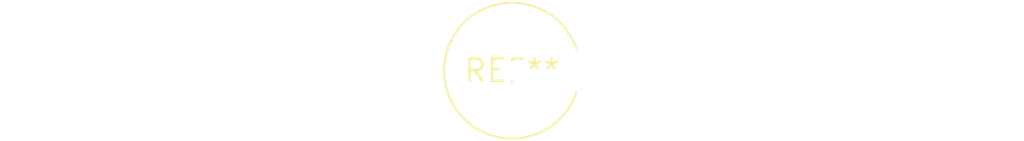
<source format=kicad_pcb>
(kicad_pcb (version 20240108) (generator pcbnew)
  (layers (0 "F.Cu" signal) (31 "B.Cu" signal) (34 "B.Paste" user) (35 "F.Paste" user) (36 "B.SilkS" user "B.Silkscreen") (37 "F.SilkS" user "F.Silkscreen") (38 "B.Mask" user) (39 "F.Mask" user) (44 "Edge.Cuts" user))
  (net 0 "")
  (footprint "L_Axial_L16.0mm_D7.5mm_P5.08mm_Vertical_Fastron_XHBCC" (layer "F.Cu") (at 0 0)
    (property "Reference" "REF**")
    (property "Value" "L_Axial_L16.0mm_D7.5mm_P5.08mm_Vertical_Fastron_XHBCC")
    (fp_arc (start 3.672669 1.22) (mid -3.87 0) (end 3.672669 -1.22) (layer "F.SilkS") (stroke (width 0.12)))
    (pad "1" thru_hole circle (at 0 0) (size 2.2 2.2) (drill 1.1) (layers *.Cu *.Mask) (remove_unused_layers))
    (pad "2" thru_hole oval (at 5.08 0) (size 2.2 2.2) (drill 1.1) (layers *.Cu *.Mask) (remove_unused_layers))
  )
)
</source>
